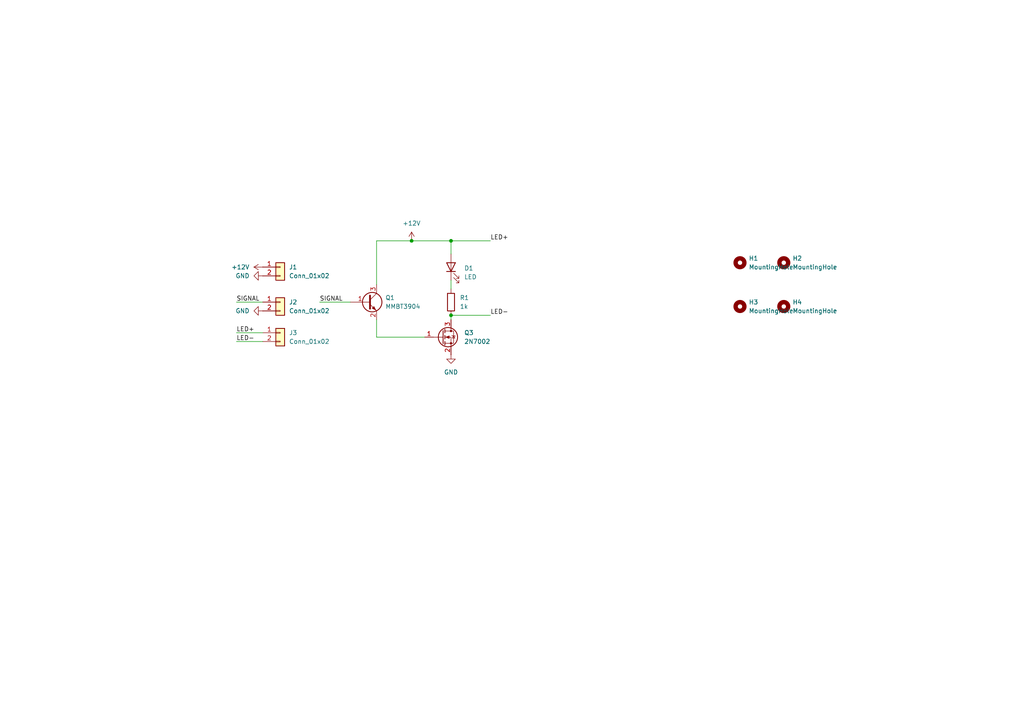
<source format=kicad_sch>
(kicad_sch (version 20231120) (generator "eeschema") (generator_version "8.0")
  (paper "A4")
  (lib_symbols
    (symbol "Connector_Generic:Conn_01x02" (pin_names (offset 1.016) hide)
      (property "Reference" "J" (at 0 2.54 0))
      (property "Value" "Conn_01x02" (at 0 -5.08 0))
      (symbol "Conn_01x02_1_1"
        (rectangle (start -1.27 -2.413) (end 0 -2.667) (stroke (width 0.1524)))
        (rectangle (start -1.27 0.127) (end 0 -0.127) (stroke (width 0.1524)))
        (rectangle (start -1.27 1.27) (end 1.27 -3.81) (stroke (width 0.254)) (fill (type background)))
        (pin passive line (at -5.08 0 0) (length 3.81) (name "Pin_1") (number "1"))
        (pin passive line (at -5.08 -2.54 0) (length 3.81) (name "Pin_2") (number "2"))
      )
    )
    (symbol "Device:LED" (pin_numbers hide) (pin_names (offset 1.016) hide)
      (property "Reference" "D" (at 0 2.54 0))
      (property "Value" "LED" (at 0 -2.54 0))
      (symbol "LED_0_1"
        (polyline (pts (xy -1.27 -1.27) (xy -1.27 1.27)) (stroke (width 0.254)))
        (polyline (pts (xy -1.27 0) (xy 1.27 0)))
        (polyline (pts (xy 1.27 -1.27) (xy 1.27 1.27) (xy -1.27 0) (xy 1.27 -1.27)) (stroke (width 0.254)))
        (polyline (pts (xy -3.048 -0.762) (xy -4.572 -2.286) (xy -3.81 -2.286) (xy -4.572 -2.286) (xy -4.572 -1.524)))
        (polyline (pts (xy -1.778 -0.762) (xy -3.302 -2.286) (xy -2.54 -2.286) (xy -3.302 -2.286) (xy -3.302 -1.524)))
      )
      (symbol "LED_1_1"
        (pin passive line (at -3.81 0 0) (length 2.54) (name "K") (number "1"))
        (pin passive line (at 3.81 0 180) (length 2.54) (name "A") (number "2"))
      )
    )
    (symbol "Device:R" (pin_numbers hide) (pin_names (offset 0))
      (property "Reference" "R" (at 2.032 0 90))
      (property "Value" "R" (at 0 0 90))
      (symbol "R_0_1"
        (rectangle (start -1.016 -2.54) (end 1.016 2.54) (stroke (width 0.254)))
      )
      (symbol "R_1_1"
        (pin passive line (at 0 3.81 270) (length 1.27) (name "~") (number "1"))
        (pin passive line (at 0 -3.81 90) (length 1.27) (name "~") (number "2"))
      )
    )
    (symbol "Mechanical:MountingHole" (pin_names (offset 1.016)) (exclude_from_sim yes) (in_bom no)
      (property "Reference" "H" (at 0 5.08 0))
      (property "Value" "MountingHole" (at 0 3.175 0))
      (symbol "MountingHole_0_1"
        (circle (center 0 0) (radius 1.27) (stroke (width 1.27)))
      )
    )
    (symbol "Transistor_BJT:MMBT3904" (pin_names (offset 0) hide)
      (property "Reference" "Q" (at 5.08 1.905 0))
      (property "Value" "MMBT3904" (at 5.08 0 0))
      (symbol "MMBT3904_0_1"
        (polyline (pts (xy 0.635 0.635) (xy 2.54 2.54)))
        (polyline (pts (xy 0.635 -0.635) (xy 2.54 -2.54) (xy 2.54 -2.54)))
        (polyline (pts (xy 0.635 1.905) (xy 0.635 -1.905) (xy 0.635 -1.905)) (stroke (width 0.508)))
        (polyline (pts (xy 1.27 -1.778) (xy 1.778 -1.27) (xy 2.286 -2.286) (xy 1.27 -1.778) (xy 1.27 -1.778)) (fill (type outline)))
        (circle (center 1.27 0) (radius 2.8194) (stroke (width 0.254)))
      )
      (symbol "MMBT3904_1_1"
        (pin input line (at -5.08 0 0) (length 5.715) (name "B") (number "1"))
        (pin passive line (at 2.54 -5.08 90) (length 2.54) (name "E") (number "2"))
        (pin passive line (at 2.54 5.08 270) (length 2.54) (name "C") (number "3"))
      )
    )
    (symbol "Transistor_FET:2N7002" (pin_names hide)
      (property "Reference" "Q" (at 5.08 1.905 0))
      (property "Value" "2N7002" (at 5.08 0 0))
      (symbol "2N7002_0_1"
        (polyline (pts (xy 0.254 0) (xy -2.54 0)))
        (polyline (pts (xy 0.254 1.905) (xy 0.254 -1.905)) (stroke (width 0.254)))
        (polyline (pts (xy 0.762 -1.27) (xy 0.762 -2.286)) (stroke (width 0.254)))
        (polyline (pts (xy 0.762 0.508) (xy 0.762 -0.508)) (stroke (width 0.254)))
        (polyline (pts (xy 0.762 2.286) (xy 0.762 1.27)) (stroke (width 0.254)))
        (polyline (pts (xy 2.54 2.54) (xy 2.54 1.778)))
        (polyline (pts (xy 2.54 -2.54) (xy 2.54 0) (xy 0.762 0)))
        (polyline (pts (xy 0.762 -1.778) (xy 3.302 -1.778) (xy 3.302 1.778) (xy 0.762 1.778)))
        (polyline (pts (xy 1.016 0) (xy 2.032 0.381) (xy 2.032 -0.381) (xy 1.016 0)) (fill (type outline)))
        (polyline (pts (xy 2.794 0.508) (xy 2.921 0.381) (xy 3.683 0.381) (xy 3.81 0.254)))
        (polyline (pts (xy 3.302 0.381) (xy 2.921 -0.254) (xy 3.683 -0.254) (xy 3.302 0.381)))
        (circle (center 1.651 0) (radius 2.794) (stroke (width 0.254)))
        (circle (center 2.54 -1.778) (radius 0.254) (fill (type outline)))
        (circle (center 2.54 1.778) (radius 0.254) (fill (type outline)))
      )
      (symbol "2N7002_1_1"
        (pin input line (at -5.08 0 0) (length 2.54) (name "G") (number "1"))
        (pin passive line (at 2.54 -5.08 90) (length 2.54) (name "S") (number "2"))
        (pin passive line (at 2.54 5.08 270) (length 2.54) (name "D") (number "3"))
      )
    )
    (symbol "power:+12V" (power) (pin_numbers hide) (pin_names (offset 0) hide)
      (property "Value" "+12V" (at 0 3.556 0))
      (symbol "+12V_0_1"
        (polyline (pts (xy -0.762 1.27) (xy 0 2.54)))
        (polyline (pts (xy 0 0) (xy 0 2.54)))
        (polyline (pts (xy 0 2.54) (xy 0.762 1.27)))
      )
      (symbol "+12V_1_1"
        (pin power_in line (at 0 0 90) (length 0) (name "~") (number "1"))
      )
    )
    (symbol "power:GND" (power) (pin_numbers hide) (pin_names (offset 0) hide)
      (property "Value" "GND" (at 0 -3.81 0))
      (symbol "GND_0_1"
        (polyline (pts (xy 0 0) (xy 0 -1.27) (xy 1.27 -1.27) (xy 0 -2.54) (xy -1.27 -1.27) (xy 0 -1.27)))
      )
      (symbol "GND_1_1"
        (pin power_in line (at 0 0 270) (length 0) (name "~") (number "1"))
      )
    )
  )
  (junction (at 130.81 91.44))
  (junction (at 130.81 69.85))
  (junction (at 119.38 69.85))
  (wire (pts (xy 109.22 97.79) (xy 123.19 97.79)))
  (wire (pts (xy 130.81 81.28) (xy 130.81 83.82)))
  (wire (pts (xy 109.22 69.85) (xy 109.22 82.55)))
  (wire (pts (xy 130.81 91.44) (xy 130.81 92.71)))
  (wire (pts (xy 109.22 97.79) (xy 109.22 92.71)))
  (wire (pts (xy 130.81 69.85) (xy 130.81 73.66)))
  (wire (pts (xy 119.38 69.85) (xy 109.22 69.85)))
  (wire (pts (xy 130.81 69.85) (xy 119.38 69.85)))
  (wire (pts (xy 68.58 96.52) (xy 76.2 96.52)))
  (wire (pts (xy 68.58 87.63) (xy 76.2 87.63)))
  (wire (pts (xy 68.58 99.06) (xy 76.2 99.06)))
  (wire (pts (xy 142.24 69.85) (xy 130.81 69.85)))
  (wire (pts (xy 142.24 91.44) (xy 130.81 91.44)))
  (wire (pts (xy 92.71 87.63) (xy 101.6 87.63)))
  (label "SIGNAL" (at 68.58 87.63 0))
  (label "LED+" (at 142.24 69.85 0))
  (label "LED-" (at 68.58 99.06 0))
  (label "LED+" (at 68.58 96.52 0))
  (label "LED-" (at 142.24 91.44 0))
  (label "SIGNAL" (at 92.71 87.63 0))
  (symbol (lib_id "power:+12V") (at 119.38 69.85 0) (unit 1)
    (property "Reference" "#PWR04" (effects (hide yes)))
    (property "Value" "+12V" (at 119.38 64.77 0))
    (property "Description" "Power symbol creates a global label with name \"+12V\"" (effects (hide yes)))
  )
  (symbol (lib_id "Connector_Generic:Conn_01x02") (at 81.28 77.47 0) (unit 1)
    (property "Reference" "J1" (at 83.82 77.4699 0) (effects (justify left)))
    (property "Value" "Conn_01x02" (at 83.82 80.0099 0) (effects (justify left)))
    (property "Footprint" "Connector_JST:JST_VH_B2P-VH_1x02_P3.96mm_Vertical" (effects (hide yes)))
    (property "Description" "Generic connector, single row, 01x02, script generated (kicad-library-utils/schlib/autogen/connector/)" (effects (hide yes)))
  )
  (symbol (lib_id "power:GND") (at 76.2 80.01 270) (unit 1)
    (property "Reference" "#PWR02" (effects (hide yes)))
    (property "Value" "GND" (at 72.39 80.0099 90) (effects (justify right)))
    (property "Description" "Power symbol creates a global label with name \"GND\" , ground" (effects (hide yes)))
  )
  (symbol (lib_id "power:GND") (at 130.81 102.87 0) (unit 1)
    (property "Reference" "#PWR03" (effects (hide yes)))
    (property "Value" "GND" (at 130.81 107.95 0))
    (property "Description" "Power symbol creates a global label with name \"GND\" , ground" (effects (hide yes)))
  )
  (symbol (lib_id "Mechanical:MountingHole") (at 214.63 88.9 0) (unit 1) (exclude_from_sim yes) (in_bom no)
    (property "Reference" "H3" (at 217.17 87.6299 0) (effects (justify left)))
    (property "Value" "MountingHole" (at 217.17 90.1699 0) (effects (justify left)))
    (property "Footprint" "MountingHole:MountingHole_3.2mm_M3" (effects (hide yes)))
    (property "Description" "Mounting Hole without connection" (effects (hide yes)))
  )
  (symbol (lib_id "Device:LED") (at 130.81 77.47 90) (unit 1)
    (property "Reference" "D1" (at 134.62 77.7874 90) (effects (justify right)))
    (property "Value" "LED" (at 134.62 80.3274 90) (effects (justify right)))
    (property "Footprint" "LED_SMD:LED_0805_2012Metric_Pad1.15x1.40mm_HandSolder" (effects (hide yes)))
    (property "Description" "Light emitting diode" (effects (hide yes)))
  )
  (symbol (lib_id "Transistor_BJT:MMBT3904") (at 106.68 87.63 0) (unit 1)
    (property "Reference" "Q1" (at 111.76 86.3599 0) (effects (justify left)))
    (property "Value" "MMBT3904" (at 111.76 88.8999 0) (effects (justify left)))
    (property "Footprint" "Package_TO_SOT_SMD:SOT-23_Handsoldering" (effects (hide yes)))
    (property "Datasheet" "https://www.onsemi.com/pdf/datasheet/pzt3904-d.pdf" (effects (hide yes)))
    (property "Description" "0.2A Ic, 40V Vce, Small Signal NPN Transistor, SOT-23" (effects (hide yes)))
  )
  (symbol (lib_id "Mechanical:MountingHole") (at 227.33 88.9 0) (unit 1) (exclude_from_sim yes) (in_bom no)
    (property "Reference" "H4" (at 229.87 87.6299 0) (effects (justify left)))
    (property "Value" "MountingHole" (at 229.87 90.1699 0) (effects (justify left)))
    (property "Footprint" "MountingHole:MountingHole_3.2mm_M3" (effects (hide yes)))
    (property "Description" "Mounting Hole without connection" (effects (hide yes)))
  )
  (symbol (lib_id "Mechanical:MountingHole") (at 227.33 76.2 0) (unit 1) (exclude_from_sim yes) (in_bom no)
    (property "Reference" "H2" (at 229.87 74.9299 0) (effects (justify left)))
    (property "Value" "MountingHole" (at 229.87 77.4699 0) (effects (justify left)))
    (property "Footprint" "MountingHole:MountingHole_3.2mm_M3" (effects (hide yes)))
    (property "Description" "Mounting Hole without connection" (effects (hide yes)))
  )
  (symbol (lib_id "Connector_Generic:Conn_01x02") (at 81.28 87.63 0) (unit 1)
    (property "Reference" "J2" (at 83.82 87.6299 0) (effects (justify left)))
    (property "Value" "Conn_01x02" (at 83.82 90.1699 0) (effects (justify left)))
    (property "Footprint" "Connector_JST:JST_VH_B2P-VH_1x02_P3.96mm_Vertical" (effects (hide yes)))
    (property "Description" "Generic connector, single row, 01x02, script generated (kicad-library-utils/schlib/autogen/connector/)" (effects (hide yes)))
  )
  (symbol (lib_id "Transistor_FET:2N7002") (at 128.27 97.79 0) (unit 1)
    (property "Reference" "Q3" (at 134.62 96.5199 0) (effects (justify left)))
    (property "Value" "2N7002" (at 134.62 99.0599 0) (effects (justify left)))
    (property "Footprint" "Package_TO_SOT_SMD:SOT-23_Handsoldering" (effects (hide yes)))
    (property "Datasheet" "https://www.onsemi.com/pub/Collateral/NDS7002A-D.PDF" (effects (hide yes)))
    (property "Description" "0.115A Id, 60V Vds, N-Channel MOSFET, SOT-23" (effects (hide yes)))
  )
  (symbol (lib_id "Connector_Generic:Conn_01x02") (at 81.28 96.52 0) (unit 1)
    (property "Reference" "J3" (at 83.82 96.5199 0) (effects (justify left)))
    (property "Value" "Conn_01x02" (at 83.82 99.0599 0) (effects (justify left)))
    (property "Footprint" "Connector_JST:JST_VH_B2P-VH_1x02_P3.96mm_Vertical" (effects (hide yes)))
    (property "Description" "Generic connector, single row, 01x02, script generated (kicad-library-utils/schlib/autogen/connector/)" (effects (hide yes)))
  )
  (symbol (lib_id "Device:R") (at 130.81 87.63 0) (unit 1)
    (property "Reference" "R1" (at 133.35 86.3599 0) (effects (justify left)))
    (property "Value" "1k" (at 133.35 88.8999 0) (effects (justify left)))
    (property "Footprint" "Resistor_SMD:R_0805_2012Metric_Pad1.20x1.40mm_HandSolder" (effects (hide yes)))
    (property "Description" "Resistor" (effects (hide yes)))
  )
  (symbol (lib_id "power:+12V") (at 76.2 77.47 90) (unit 1)
    (property "Reference" "#PWR01" (effects (hide yes)))
    (property "Value" "+12V" (at 72.39 77.4699 90) (effects (justify left)))
    (property "Description" "Power symbol creates a global label with name \"+12V\"" (effects (hide yes)))
  )
  (symbol (lib_id "power:GND") (at 76.2 90.17 270) (unit 1)
    (property "Reference" "#PWR06" (effects (hide yes)))
    (property "Value" "GND" (at 72.39 90.1699 90) (effects (justify right)))
    (property "Description" "Power symbol creates a global label with name \"GND\" , ground" (effects (hide yes)))
  )
  (symbol (lib_id "Mechanical:MountingHole") (at 214.63 76.2 0) (unit 1) (exclude_from_sim yes) (in_bom no)
    (property "Reference" "H1" (at 217.17 74.9299 0) (effects (justify left)))
    (property "Value" "MountingHole" (at 217.17 77.4699 0) (effects (justify left)))
    (property "Footprint" "MountingHole:MountingHole_3.2mm_M3" (effects (hide yes)))
    (property "Description" "Mounting Hole without connection" (effects (hide yes)))
  )
)
</source>
